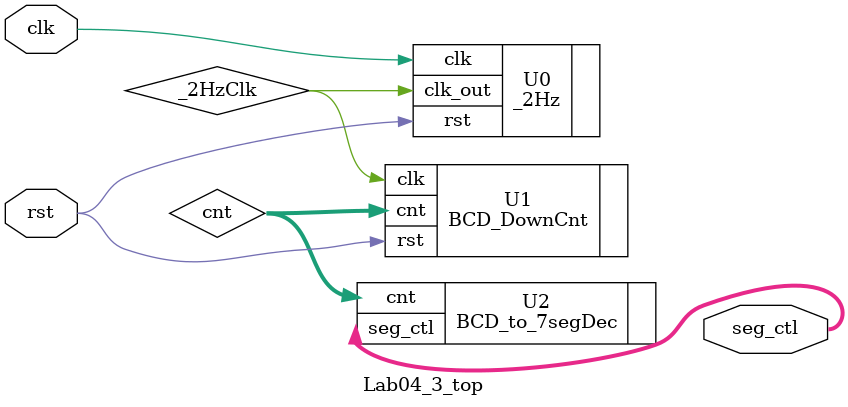
<source format=v>
`timescale 1ns / 1ps


module Lab04_3_top(clk, rst, seg_ctl);
input clk;
input rst;
output [7:0]seg_ctl;
wire [3:0]cnt;
wire _2HzClk;

_2Hz U0(.clk(clk), .rst(rst), .clk_out(_2HzClk));
BCD_DownCnt U1(.clk(_2HzClk), .rst(rst), .cnt(cnt));
BCD_to_7segDec U2(.cnt(cnt), .seg_ctl(seg_ctl));

endmodule

</source>
